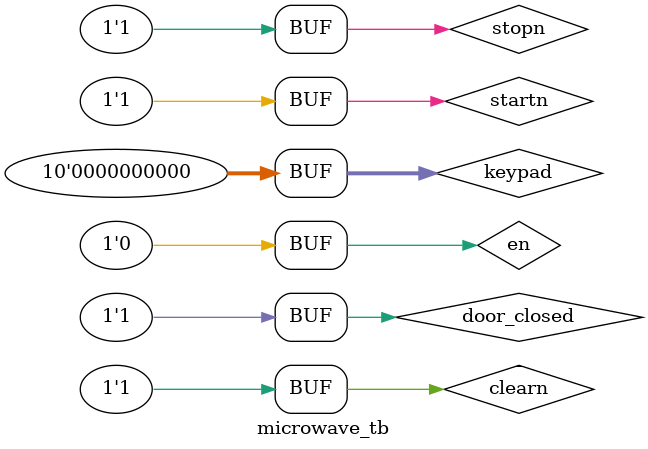
<source format=v>
`timescale 1ns/1ps
`include "microwave.v"
`include "clock.v"

module microwave_tb ();

    reg [9:0] keypad;
    wire clock;
    reg startn;
    reg stopn;
    reg clearn;
    reg door_closed;
    wire mag_on;
    wire [6:0] blank_digits;
    wire [6:0] sec_ones_segs;
    wire [6:0] sec_tens_segs;
    wire [6:0] min_segs;
    reg en;

    initial begin
        en = 1'b1;
    end

    clock c(en, clock);
    microwave dut (keypad, clock, startn, stopn, clearn, door_closed, mag_on, blank_digits, sec_ones_segs, sec_tens_segs, min_segs);

    initial begin

        $dumpfile("microwave.vcd");
        $dumpvars(0, microwave_tb);

        // Limpando o visor
        keypad = 9'b000000000; startn = 1; stopn = 1; clearn = 0; door_closed = 1; #15;
        // Um botão do keypad está sendo pressionado
        keypad = 9'b000000001; startn = 1; stopn = 1; clearn = 1; door_closed = 1; #15;
        // Um botão do keypad está sendo pressionado
        keypad = 9'b000000010; startn = 1; stopn = 1; clearn = 1; door_closed = 1; #15;
        // Um botão do keypad está sendo pressionado
        keypad = 9'b000000100; startn = 1; stopn = 1; clearn = 1; door_closed = 1; #15;
        // Start é pressionado
        keypad = 9'b000000000; startn = 0; stopn = 1; clearn = 1; door_closed = 1; #15;
        // Espera
        keypad = 9'b000000000; startn = 1; stopn = 1; clearn = 1; door_closed = 1; #100;
        // Stop é pressionado
        keypad = 9'b000000000; startn = 1; stopn = 0; clearn = 1; door_closed = 1; #15;
        // Espera
        keypad = 9'b000000000; startn = 1; stopn = 1; clearn = 1; door_closed = 1; #100;
        // Start é pressionado
        keypad = 9'b000000000; startn = 0; stopn = 1; clearn = 1; door_closed = 1; #15;
        // Espera
        keypad = 9'b000000000; startn = 1; stopn = 1; clearn = 1; door_closed = 1; #100;
        // A porta é aberta
        keypad = 9'b000000000; startn = 1; stopn = 1; clearn = 1; door_closed = 0; #15;
        // Espera
        keypad = 9'b000000000; startn = 1; stopn = 1; clearn = 1; door_closed = 1; #100;

        en = 1'b0;

    end
    
endmodule
</source>
